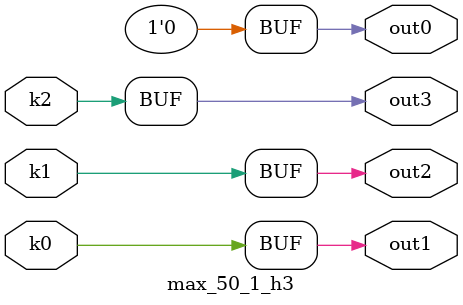
<source format=v>
module max_50_1(pi00, pi01, pi02, pi03, pi04, pi05, pi06, pi07, pi08, pi09, po0, po1, po2, po3);
input pi00, pi01, pi02, pi03, pi04, pi05, pi06, pi07, pi08, pi09;
output po0, po1, po2, po3;
wire k0, k1, k2;
max_50_1_w3 DUT1 (pi00, pi01, pi02, pi03, pi04, pi05, pi06, pi07, pi08, pi09, k0, k1, k2);
max_50_1_h3 DUT2 (k0, k1, k2, po0, po1, po2, po3);
endmodule

module max_50_1_w3(in9, in8, in7, in6, in5, in4, in3, in2, in1, in0, k2, k1, k0);
input in9, in8, in7, in6, in5, in4, in3, in2, in1, in0;
output k2, k1, k0;
assign k0 =   in1 ? ~in9 : ~in6;
assign k1 =   in1 ? ~in8 : ~in5;
assign k2 =   (((~in9 | (in6 & (in3 | in2))) & (in6 | in3 | in2)) | (~in7 & in4) | (~in8 & in5)) & (~in8 | in5 | (~in7 & in4)) & ~in0 & (~in7 | in4);
endmodule

module max_50_1_h3(k2, k1, k0, out3, out2, out1, out0);
input k2, k1, k0;
output out3, out2, out1, out0;
assign out0 = 0;
assign out1 = k0;
assign out2 = k1;
assign out3 = k2;
endmodule

</source>
